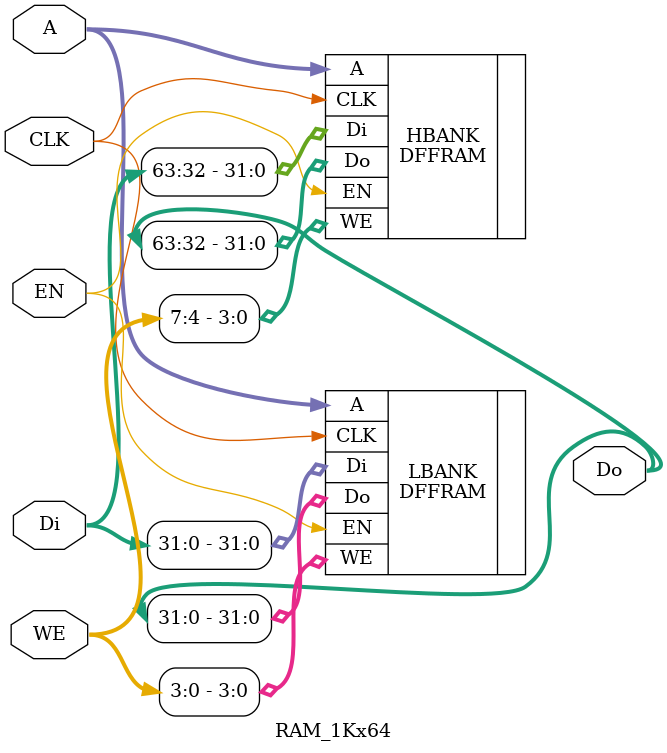
<source format=v>
module RAM_1Kx64 (
    input           CLK,
    input   [7:0]   WE,
    input           EN,
    input   [63:0]  Di,
    output  [63:0]  Do,
    input   [9:0]   A
);
   
    DFFRAM #(.COLS(4)) LBANK (
                .CLK(CLK),
                .WE(WE[3:0]),
                .EN(EN),
                .Di(Di[31:0]),
                .Do(Do[31:0]),
                .A(A[9:0])
            );

    DFFRAM #(.COLS(4)) HBANK (
                .CLK(CLK),
                .WE(WE[7:4]),
                .EN(EN),
                .Di(Di[63:32]),
                .Do(Do[63:32]),
                .A(A[9:0])
            );

endmodule        

</source>
